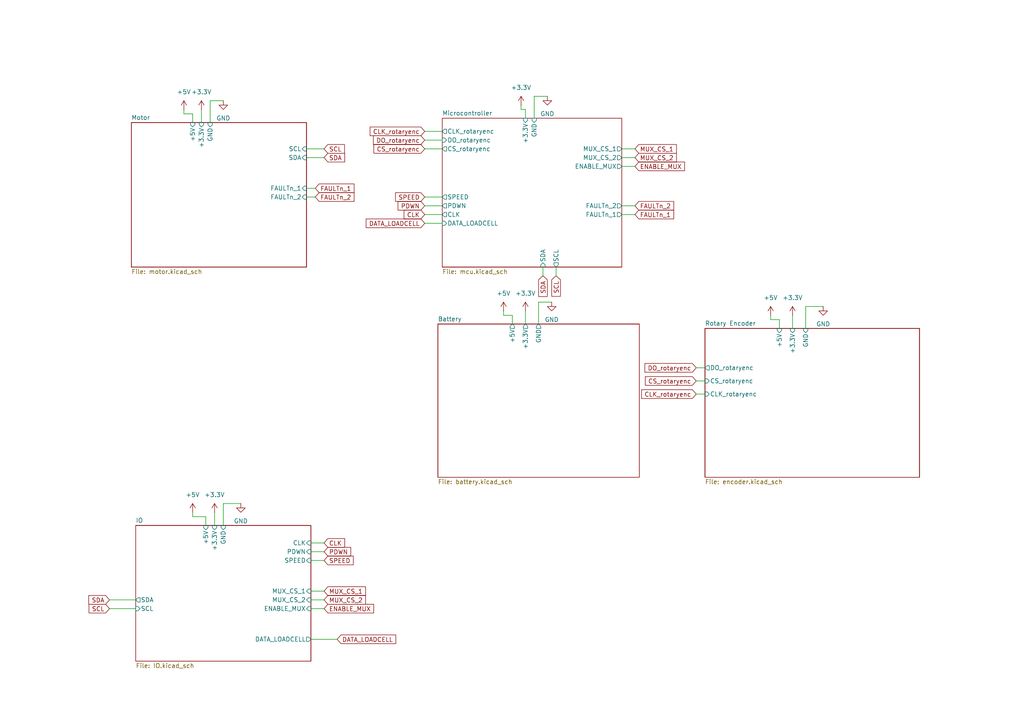
<source format=kicad_sch>
(kicad_sch (version 20231120) (generator "eeschema") (generator_version "8.0")
  (paper "A4")
  (lib_symbols
    (symbol "power:+3.3V" (power) (pin_numbers hide) (pin_names (offset 0) hide)
      (property "Value" "+3.3V" (at 0 3.556 0))
      (symbol "+3.3V_0_1"
        (polyline (pts (xy -0.762 1.27) (xy 0 2.54)))
        (polyline (pts (xy 0 0) (xy 0 2.54)))
        (polyline (pts (xy 0 2.54) (xy 0.762 1.27)))
      )
      (symbol "+3.3V_1_1"
        (pin power_in line (at 0 0 90) (length 0) (name "~") (number "1"))
      )
    )
    (symbol "power:+5V" (power) (pin_numbers hide) (pin_names (offset 0) hide)
      (property "Value" "+5V" (at 0 3.556 0))
      (symbol "+5V_0_1"
        (polyline (pts (xy -0.762 1.27) (xy 0 2.54)))
        (polyline (pts (xy 0 0) (xy 0 2.54)))
        (polyline (pts (xy 0 2.54) (xy 0.762 1.27)))
      )
      (symbol "+5V_1_1"
        (pin power_in line (at 0 0 90) (length 0) (name "~") (number "1"))
      )
    )
    (symbol "power:GND" (power) (pin_numbers hide) (pin_names (offset 0) hide)
      (property "Value" "GND" (at 0 -3.81 0))
      (symbol "GND_0_1"
        (polyline (pts (xy 0 0) (xy 0 -1.27) (xy 1.27 -1.27) (xy 0 -2.54) (xy -1.27 -1.27) (xy 0 -1.27)))
      )
      (symbol "GND_1_1"
        (pin power_in line (at 0 0 270) (length 0) (name "~") (number "1"))
      )
    )
  )
  (wire (pts (xy 157.48 77.47) (xy 157.48 80.01)))
  (wire (pts (xy 226.06 92.71) (xy 226.06 95.25)))
  (wire (pts (xy 90.17 173.99) (xy 93.98 173.99)))
  (wire (pts (xy 223.52 91.44) (xy 223.52 92.71)))
  (wire (pts (xy 90.17 157.48) (xy 93.98 157.48)))
  (wire (pts (xy 160.02 87.63) (xy 156.21 87.63)))
  (wire (pts (xy 90.17 171.45) (xy 93.98 171.45)))
  (wire (pts (xy 55.88 148.59) (xy 55.88 149.86)))
  (wire (pts (xy 55.88 33.02) (xy 55.88 35.56)))
  (wire (pts (xy 152.4 31.75) (xy 152.4 34.29)))
  (wire (pts (xy 31.75 176.53) (xy 39.37 176.53)))
  (wire (pts (xy 146.05 91.44) (xy 148.59 91.44)))
  (wire (pts (xy 152.4 90.17) (xy 152.4 93.98)))
  (wire (pts (xy 31.75 173.99) (xy 39.37 173.99)))
  (wire (pts (xy 88.9 45.72) (xy 93.98 45.72)))
  (wire (pts (xy 62.23 148.59) (xy 62.23 152.4)))
  (wire (pts (xy 53.34 31.75) (xy 53.34 33.02)))
  (wire (pts (xy 88.9 43.18) (xy 93.98 43.18)))
  (wire (pts (xy 64.77 146.05) (xy 64.77 152.4)))
  (wire (pts (xy 151.13 31.75) (xy 152.4 31.75)))
  (wire (pts (xy 180.34 43.18) (xy 184.15 43.18)))
  (wire (pts (xy 90.17 162.56) (xy 93.98 162.56)))
  (wire (pts (xy 180.34 45.72) (xy 184.15 45.72)))
  (wire (pts (xy 233.68 88.9) (xy 233.68 95.25)))
  (wire (pts (xy 180.34 62.23) (xy 184.15 62.23)))
  (wire (pts (xy 180.34 48.26) (xy 184.15 48.26)))
  (wire (pts (xy 58.42 31.75) (xy 58.42 35.56)))
  (wire (pts (xy 90.17 185.42) (xy 97.79 185.42)))
  (wire (pts (xy 59.69 149.86) (xy 59.69 152.4)))
  (wire (pts (xy 55.88 149.86) (xy 59.69 149.86)))
  (wire (pts (xy 161.29 77.47) (xy 161.29 80.01)))
  (wire (pts (xy 158.75 27.94) (xy 154.94 27.94)))
  (wire (pts (xy 154.94 27.94) (xy 154.94 34.29)))
  (wire (pts (xy 201.93 114.3) (xy 204.47 114.3)))
  (wire (pts (xy 53.34 33.02) (xy 55.88 33.02)))
  (wire (pts (xy 123.19 43.18) (xy 128.27 43.18)))
  (wire (pts (xy 64.77 29.21) (xy 60.96 29.21)))
  (wire (pts (xy 88.9 57.15) (xy 91.44 57.15)))
  (wire (pts (xy 123.19 38.1) (xy 128.27 38.1)))
  (wire (pts (xy 88.9 54.61) (xy 91.44 54.61)))
  (wire (pts (xy 229.87 91.44) (xy 229.87 95.25)))
  (wire (pts (xy 180.34 59.69) (xy 184.15 59.69)))
  (wire (pts (xy 90.17 160.02) (xy 93.98 160.02)))
  (wire (pts (xy 146.05 90.17) (xy 146.05 91.44)))
  (wire (pts (xy 69.85 146.05) (xy 64.77 146.05)))
  (wire (pts (xy 60.96 29.21) (xy 60.96 35.56)))
  (wire (pts (xy 238.76 88.9) (xy 233.68 88.9)))
  (wire (pts (xy 156.21 87.63) (xy 156.21 93.98)))
  (wire (pts (xy 201.93 106.68) (xy 204.47 106.68)))
  (wire (pts (xy 90.17 176.53) (xy 93.98 176.53)))
  (wire (pts (xy 123.19 62.23) (xy 128.27 62.23)))
  (wire (pts (xy 123.19 64.77) (xy 128.27 64.77)))
  (wire (pts (xy 223.52 92.71) (xy 226.06 92.71)))
  (wire (pts (xy 123.19 59.69) (xy 128.27 59.69)))
  (wire (pts (xy 151.13 30.48) (xy 151.13 31.75)))
  (wire (pts (xy 123.19 40.64) (xy 128.27 40.64)))
  (wire (pts (xy 148.59 91.44) (xy 148.59 93.98)))
  (wire (pts (xy 201.93 110.49) (xy 204.47 110.49)))
  (wire (pts (xy 123.19 57.15) (xy 128.27 57.15)))
  (global_label "DATA_LOADCELL" (shape input) (at 97.79 185.42 0) (property "Intersheetrefs" "${INTERSHEET_REFS}" (effects (hide yes))))
  (global_label "FAULTn_1" (shape input) (at 184.15 62.23 0) (property "Intersheetrefs" "${INTERSHEET_REFS}" (effects (hide yes))))
  (global_label "CS_rotaryenc" (shape input) (at 201.93 110.49 180) (property "Intersheetrefs" "${INTERSHEET_REFS}" (effects (hide yes))))
  (global_label "SCL" (shape input) (at 31.75 176.53 180) (property "Intersheetrefs" "${INTERSHEET_REFS}" (effects (hide yes))))
  (global_label "DO_rotaryenc" (shape input) (at 123.19 40.64 180) (property "Intersheetrefs" "${INTERSHEET_REFS}" (effects (hide yes))))
  (global_label "FAULTn_2" (shape input) (at 184.15 59.69 0) (property "Intersheetrefs" "${INTERSHEET_REFS}" (effects (hide yes))))
  (global_label "DATA_LOADCELL" (shape input) (at 123.19 64.77 180) (property "Intersheetrefs" "${INTERSHEET_REFS}" (effects (hide yes))))
  (global_label "DO_rotaryenc" (shape input) (at 201.93 106.68 180) (property "Intersheetrefs" "${INTERSHEET_REFS}" (effects (hide yes))))
  (global_label "SPEED" (shape input) (at 123.19 57.15 180) (property "Intersheetrefs" "${INTERSHEET_REFS}" (effects (hide yes))))
  (global_label "SDA" (shape input) (at 157.48 80.01 270) (property "Intersheetrefs" "${INTERSHEET_REFS}" (effects (hide yes))))
  (global_label "CLK_rotaryenc" (shape input) (at 201.93 114.3 180) (property "Intersheetrefs" "${INTERSHEET_REFS}" (effects (hide yes))))
  (global_label "FAULTn_1" (shape input) (at 91.44 54.61 0) (property "Intersheetrefs" "${INTERSHEET_REFS}" (effects (hide yes))))
  (global_label "FAULTn_2" (shape input) (at 91.44 57.15 0) (property "Intersheetrefs" "${INTERSHEET_REFS}" (effects (hide yes))))
  (global_label "ENABLE_MUX" (shape input) (at 184.15 48.26 0) (property "Intersheetrefs" "${INTERSHEET_REFS}" (effects (hide yes))))
  (global_label "MUX_CS_2" (shape input) (at 184.15 45.72 0) (property "Intersheetrefs" "${INTERSHEET_REFS}" (effects (hide yes))))
  (global_label "SDA" (shape input) (at 31.75 173.99 180) (property "Intersheetrefs" "${INTERSHEET_REFS}" (effects (hide yes))))
  (global_label "CLK" (shape input) (at 93.98 157.48 0) (property "Intersheetrefs" "${INTERSHEET_REFS}" (effects (hide yes))))
  (global_label "ENABLE_MUX" (shape input) (at 93.98 176.53 0) (property "Intersheetrefs" "${INTERSHEET_REFS}" (effects (hide yes))))
  (global_label "CLK_rotaryenc" (shape input) (at 123.19 38.1 180) (property "Intersheetrefs" "${INTERSHEET_REFS}" (effects (hide yes))))
  (global_label "MUX_CS_1" (shape input) (at 93.98 171.45 0) (property "Intersheetrefs" "${INTERSHEET_REFS}" (effects (hide yes))))
  (global_label "CS_rotaryenc" (shape input) (at 123.19 43.18 180) (property "Intersheetrefs" "${INTERSHEET_REFS}" (effects (hide yes))))
  (global_label "SCL" (shape input) (at 161.29 80.01 270) (property "Intersheetrefs" "${INTERSHEET_REFS}" (effects (hide yes))))
  (global_label "MUX_CS_2" (shape input) (at 93.98 173.99 0) (property "Intersheetrefs" "${INTERSHEET_REFS}" (effects (hide yes))))
  (global_label "SCL" (shape input) (at 93.98 43.18 0) (property "Intersheetrefs" "${INTERSHEET_REFS}" (effects (hide yes))))
  (global_label "PDWN" (shape input) (at 123.19 59.69 180) (property "Intersheetrefs" "${INTERSHEET_REFS}" (effects (hide yes))))
  (global_label "SDA" (shape input) (at 93.98 45.72 0) (property "Intersheetrefs" "${INTERSHEET_REFS}" (effects (hide yes))))
  (global_label "SPEED" (shape input) (at 93.98 162.56 0) (property "Intersheetrefs" "${INTERSHEET_REFS}" (effects (hide yes))))
  (global_label "CLK" (shape input) (at 123.19 62.23 180) (property "Intersheetrefs" "${INTERSHEET_REFS}" (effects (hide yes))))
  (global_label "PDWN" (shape input) (at 93.98 160.02 0) (property "Intersheetrefs" "${INTERSHEET_REFS}" (effects (hide yes))))
  (global_label "MUX_CS_1" (shape input) (at 184.15 43.18 0) (property "Intersheetrefs" "${INTERSHEET_REFS}" (effects (hide yes))))
  (symbol (lib_id "power:+3.3V") (at 152.4 90.17 0) (unit 1)
    (property "Reference" "#PWR0135" (effects (hide yes)))
    (property "Value" "+3.3V" (at 152.4 85.09 0))
    (property "Description" "Power symbol creates a global label with name \"+3.3V\"" (effects (hide yes)))
  )
  (symbol (lib_id "power:+5V") (at 53.34 31.75 0) (unit 1)
    (property "Reference" "#PWR0128" (effects (hide yes)))
    (property "Value" "+5V" (at 53.34 26.67 0))
    (property "Description" "Power symbol creates a global label with name \"+5V\"" (effects (hide yes)))
  )
  (symbol (lib_id "power:GND") (at 160.02 87.63 0) (unit 1)
    (property "Reference" "#PWR0139" (effects (hide yes)))
    (property "Value" "GND" (at 160.02 92.71 0))
    (property "Description" "Power symbol creates a global label with name \"GND\" , ground" (effects (hide yes)))
  )
  (symbol (lib_id "power:+3.3V") (at 58.42 31.75 0) (unit 1)
    (property "Reference" "#PWR0132" (effects (hide yes)))
    (property "Value" "+3.3V" (at 58.42 26.67 0))
    (property "Description" "Power symbol creates a global label with name \"+3.3V\"" (effects (hide yes)))
  )
  (symbol (lib_id "power:+3.3V") (at 229.87 91.44 0) (unit 1)
    (property "Reference" "#PWR0134" (effects (hide yes)))
    (property "Value" "+3.3V" (at 229.87 86.36 0))
    (property "Description" "Power symbol creates a global label with name \"+3.3V\"" (effects (hide yes)))
  )
  (symbol (lib_id "power:GND") (at 158.75 27.94 0) (unit 1)
    (property "Reference" "#PWR0138" (effects (hide yes)))
    (property "Value" "GND" (at 158.75 33.02 0))
    (property "Description" "Power symbol creates a global label with name \"GND\" , ground" (effects (hide yes)))
  )
  (symbol (lib_id "power:GND") (at 64.77 29.21 0) (unit 1)
    (property "Reference" "#PWR0137" (effects (hide yes)))
    (property "Value" "GND" (at 64.77 34.29 0))
    (property "Description" "Power symbol creates a global label with name \"GND\" , ground" (effects (hide yes)))
  )
  (symbol (lib_id "power:+5V") (at 146.05 90.17 0) (unit 1)
    (property "Reference" "#PWR0130" (effects (hide yes)))
    (property "Value" "+5V" (at 146.05 85.09 0))
    (property "Description" "Power symbol creates a global label with name \"+5V\"" (effects (hide yes)))
  )
  (symbol (lib_id "power:+5V") (at 223.52 91.44 0) (unit 1)
    (property "Reference" "#PWR0129" (effects (hide yes)))
    (property "Value" "+5V" (at 223.52 86.36 0))
    (property "Description" "Power symbol creates a global label with name \"+5V\"" (effects (hide yes)))
  )
  (symbol (lib_id "power:GND") (at 238.76 88.9 0) (unit 1)
    (property "Reference" "#PWR0140" (effects (hide yes)))
    (property "Value" "GND" (at 238.76 93.98 0))
    (property "Description" "Power symbol creates a global label with name \"GND\" , ground" (effects (hide yes)))
  )
  (symbol (lib_id "power:GND") (at 69.85 146.05 0) (unit 1)
    (property "Reference" "#PWR0141" (effects (hide yes)))
    (property "Value" "GND" (at 69.85 151.13 0))
    (property "Description" "Power symbol creates a global label with name \"GND\" , ground" (effects (hide yes)))
  )
  (symbol (lib_id "power:+3.3V") (at 62.23 148.59 0) (unit 1)
    (property "Reference" "#PWR0136" (effects (hide yes)))
    (property "Value" "+3.3V" (at 62.23 143.51 0))
    (property "Description" "Power symbol creates a global label with name \"+3.3V\"" (effects (hide yes)))
  )
  (symbol (lib_id "power:+5V") (at 55.88 148.59 0) (unit 1)
    (property "Reference" "#PWR0131" (effects (hide yes)))
    (property "Value" "+5V" (at 55.88 143.51 0))
    (property "Description" "Power symbol creates a global label with name \"+5V\"" (effects (hide yes)))
  )
  (symbol (lib_id "power:+3.3V") (at 151.13 30.48 0) (unit 1)
    (property "Reference" "#PWR0133" (effects (hide yes)))
    (property "Value" "+3.3V" (at 151.13 25.4 0))
    (property "Description" "Power symbol creates a global label with name \"+3.3V\"" (effects (hide yes)))
  )
  (sheet (at 127 93.98) (size 58.42 44.45) (stroke (width 0.1524))
    (property "Sheetname" "Battery" (at 127 93.2684 0) (effects (justify left bottom)))
    (property "Sheetfile" "battery.kicad_sch" (at 127 139.0146 0) (effects (justify left top)))
    (pin "GND" output (at 156.21 93.98 90))
    (pin "+3.3V" output (at 152.4 93.98 90))
    (pin "+5V" output (at 148.59 93.98 90))
  )
  (sheet (at 38.1 35.56) (size 50.8 41.91) (stroke (width 0.1524))
    (property "Sheetname" "Motor" (at 38.1 34.8484 0) (effects (justify left bottom)))
    (property "Sheetfile" "motor.kicad_sch" (at 38.1 78.0546 0) (effects (justify left top)))
    (pin "GND" input (at 60.96 35.56 90))
    (pin "+5V" input (at 55.88 35.56 90))
    (pin "SDA" input (at 88.9 45.72 0))
    (pin "SCL" input (at 88.9 43.18 0))
    (pin "FAULTn_1" input (at 88.9 54.61 0))
    (pin "FAULTn_2" input (at 88.9 57.15 0))
    (pin "+3.3V" input (at 58.42 35.56 90))
  )
  (sheet (at 204.47 95.25) (size 62.23 43.18) (stroke (width 0.1524))
    (property "Sheetname" "Rotary Encoder" (at 204.47 94.5384 0) (effects (justify left bottom)))
    (property "Sheetfile" "encoder.kicad_sch" (at 204.47 139.0146 0) (effects (justify left top)))
    (pin "DO_rotaryenc" output (at 204.47 106.68 180))
    (pin "CS_rotaryenc" input (at 204.47 110.49 180))
    (pin "CLK_rotaryenc" input (at 204.47 114.3 180))
    (pin "+5V" input (at 226.06 95.25 90))
    (pin "GND" input (at 233.68 95.25 90))
    (pin "+3.3V" input (at 229.87 95.25 90))
  )
  (sheet (at 128.27 34.29) (size 52.07 43.18) (stroke (width 0.1524))
    (property "Sheetname" "Microcontroller" (at 128.27 33.5784 0) (effects (justify left bottom)))
    (property "Sheetfile" "mcu.kicad_sch" (at 128.27 78.0546 0) (effects (justify left top)))
    (pin "CLK_rotaryenc" output (at 128.27 38.1 180))
    (pin "DO_rotaryenc" input (at 128.27 40.64 180))
    (pin "CS_rotaryenc" output (at 128.27 43.18 180))
    (pin "PDWN" output (at 128.27 59.69 180))
    (pin "CLK" output (at 128.27 62.23 180))
    (pin "FAULTn_1" output (at 180.34 62.23 0))
    (pin "SPEED" output (at 128.27 57.15 180))
    (pin "FAULTn_2" output (at 180.34 59.69 0))
    (pin "MUX_CS_2" output (at 180.34 45.72 0))
    (pin "MUX_CS_1" output (at 180.34 43.18 0))
    (pin "DATA_LOADCELL" input (at 128.27 64.77 180))
    (pin "ENABLE_MUX" output (at 180.34 48.26 0))
    (pin "SCL" output (at 161.29 77.47 270))
    (pin "SDA" input (at 157.48 77.47 270))
    (pin "+3.3V" input (at 152.4 34.29 90))
    (pin "GND" input (at 154.94 34.29 90))
  )
  (sheet (at 39.37 152.4) (size 50.8 39.37) (stroke (width 0.1524))
    (property "Sheetname" "IO" (at 39.37 151.6884 0) (effects (justify left bottom)))
    (property "Sheetfile" "IO.kicad_sch" (at 39.37 192.3546 0) (effects (justify left top)))
    (pin "CLK" input (at 90.17 157.48 0))
    (pin "PDWN" input (at 90.17 160.02 0))
    (pin "SPEED" input (at 90.17 162.56 0))
    (pin "MUX_CS_1" input (at 90.17 171.45 0))
    (pin "MUX_CS_2" input (at 90.17 173.99 0))
    (pin "ENABLE_MUX" input (at 90.17 176.53 0))
    (pin "SCL" input (at 39.37 176.53 180))
    (pin "SDA" output (at 39.37 173.99 180))
    (pin "+5V" input (at 59.69 152.4 90))
    (pin "+3.3V" input (at 62.23 152.4 90))
    (pin "GND" input (at 64.77 152.4 90))
    (pin "DATA_LOADCELL" output (at 90.17 185.42 0))
  )
)
</source>
